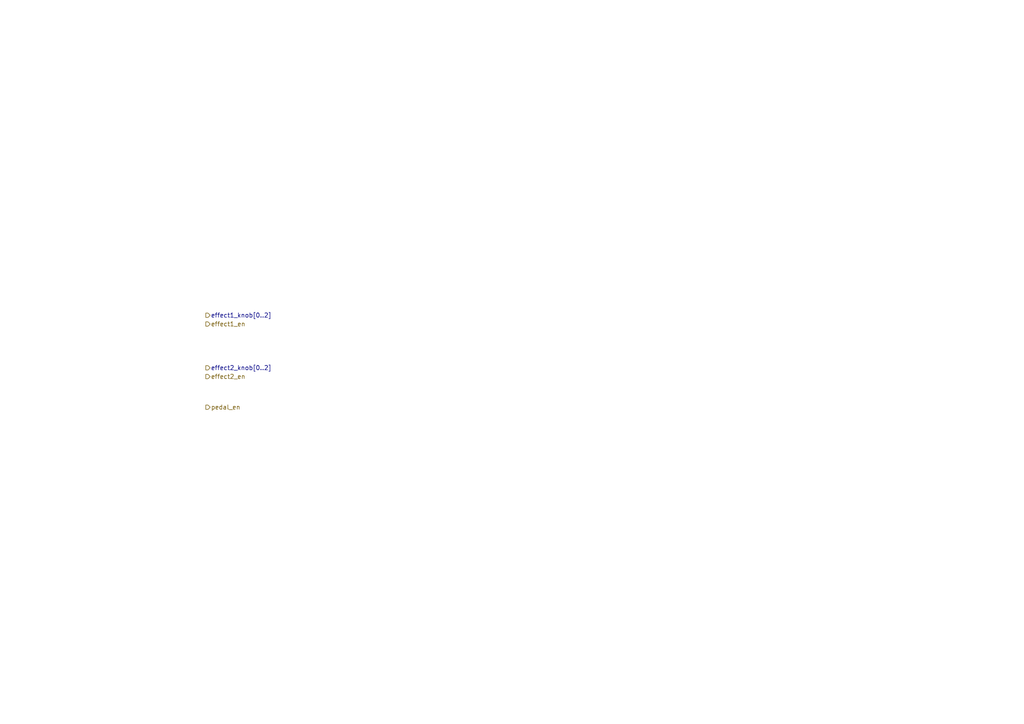
<source format=kicad_sch>
(kicad_sch (version 20230121) (generator eeschema)
  (paper "A4")
  (lib_symbols)
  (hierarchical_label "pedal_en" (shape output) (at 59.69 118.11 0))
  (hierarchical_label "effect2_knob[0..2]" (shape output) (at 59.69 106.68 0))
  (hierarchical_label "effect1_knob[0..2]" (shape output) (at 59.69 91.44 0))
  (hierarchical_label "effect1_en" (shape output) (at 59.69 93.98 0))
  (hierarchical_label "effect2_en" (shape output) (at 59.69 109.22 0))
)
</source>
